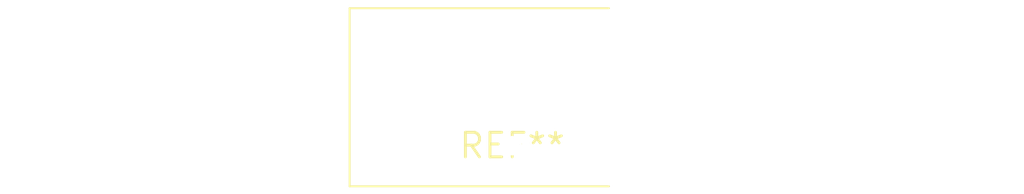
<source format=kicad_pcb>
(kicad_pcb (version 20240108) (generator pcbnew)
  (layers (0 "F.Cu" signal) (31 "B.Cu" signal) (34 "B.Paste" user) (35 "F.Paste" user) (36 "B.SilkS" user "B.Silkscreen") (37 "F.SilkS" user "F.Silkscreen") (38 "B.Mask" user) (39 "F.Mask" user) (44 "Edge.Cuts" user))
  (net 0 "")
  (footprint "RotaryEncoder_Bourns_Horizontal_PEC09-2xxxF-Sxxxx" (layer "F.Cu") (at 0 0)
    (property "Reference" "REF**")
    (property "Value" "RotaryEncoder_Bourns_Horizontal_PEC09-2xxxF-Sxxxx")
    (fp_line (start -8.4 -7.1) (end -8.4 2.1) (layer "F.SilkS") (stroke (width 0.1)))
    (fp_line (start -8.4 2.1) (end 5 2.1) (layer "F.SilkS") (stroke (width 0.1)))
    (fp_line (start 5 -7.1) (end -8.4 -7.1) (layer "F.SilkS") (stroke (width 0.1)))
    (pad "A" thru_hole circle (at 0 0) (size 1.8 1.8) (drill 1) (layers *.Cu *.Mask) (remove_unused_layers))
    (pad "B" thru_hole circle (at 0 -5) (size 1.8 1.8) (drill 1) (layers *.Cu *.Mask) (remove_unused_layers))
    (pad "C" thru_hole circle (at 0 -2.5) (size 1.8 1.8) (drill 1) (layers *.Cu *.Mask) (remove_unused_layers))
    (pad "S1" thru_hole circle (at -6.25 0) (size 1.8 1.8) (drill 1) (layers *.Cu *.Mask) (remove_unused_layers))
    (pad "S2" thru_hole circle (at -6.25 -5) (size 1.8 1.8) (drill 1) (layers *.Cu *.Mask) (remove_unused_layers))
  )
)
</source>
